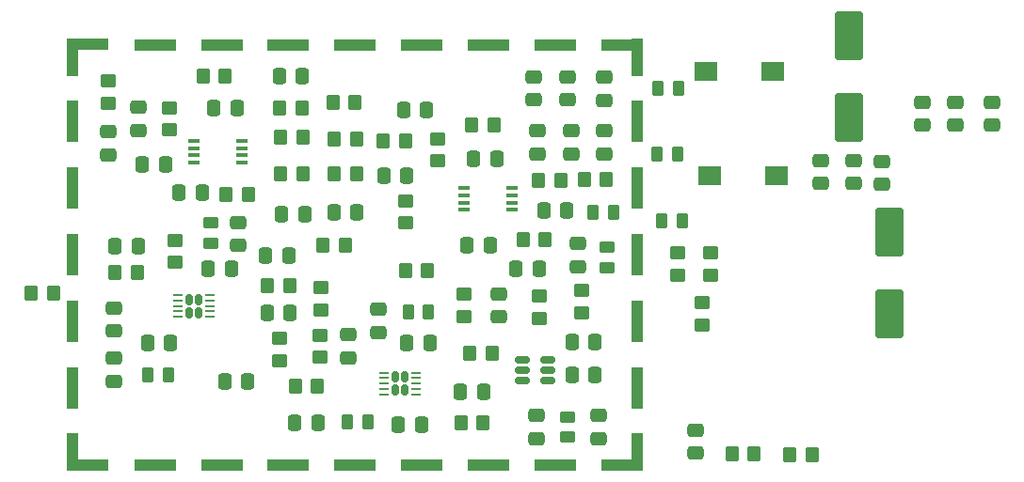
<source format=gbr>
%TF.GenerationSoftware,KiCad,Pcbnew,7.0.5*%
%TF.CreationDate,2023-08-07T14:42:52-07:00*%
%TF.ProjectId,TransimpedianceAmplifierV2,5472616e-7369-46d7-9065-6469616e6365,rev?*%
%TF.SameCoordinates,Original*%
%TF.FileFunction,Paste,Top*%
%TF.FilePolarity,Positive*%
%FSLAX46Y46*%
G04 Gerber Fmt 4.6, Leading zero omitted, Abs format (unit mm)*
G04 Created by KiCad (PCBNEW 7.0.5) date 2023-08-07 14:42:52*
%MOMM*%
%LPD*%
G01*
G04 APERTURE LIST*
G04 Aperture macros list*
%AMRoundRect*
0 Rectangle with rounded corners*
0 $1 Rounding radius*
0 $2 $3 $4 $5 $6 $7 $8 $9 X,Y pos of 4 corners*
0 Add a 4 corners polygon primitive as box body*
4,1,4,$2,$3,$4,$5,$6,$7,$8,$9,$2,$3,0*
0 Add four circle primitives for the rounded corners*
1,1,$1+$1,$2,$3*
1,1,$1+$1,$4,$5*
1,1,$1+$1,$6,$7*
1,1,$1+$1,$8,$9*
0 Add four rect primitives between the rounded corners*
20,1,$1+$1,$2,$3,$4,$5,0*
20,1,$1+$1,$4,$5,$6,$7,0*
20,1,$1+$1,$6,$7,$8,$9,0*
20,1,$1+$1,$8,$9,$2,$3,0*%
G04 Aperture macros list end*
%ADD10RoundRect,0.250000X-0.337500X-0.475000X0.337500X-0.475000X0.337500X0.475000X-0.337500X0.475000X0*%
%ADD11RoundRect,0.250000X-0.475000X0.337500X-0.475000X-0.337500X0.475000X-0.337500X0.475000X0.337500X0*%
%ADD12RoundRect,0.250000X-0.450000X0.350000X-0.450000X-0.350000X0.450000X-0.350000X0.450000X0.350000X0*%
%ADD13R,1.100000X0.400000*%
%ADD14RoundRect,0.250000X-0.350000X-0.450000X0.350000X-0.450000X0.350000X0.450000X-0.350000X0.450000X0*%
%ADD15RoundRect,0.167500X-0.167500X-0.312500X0.167500X-0.312500X0.167500X0.312500X-0.167500X0.312500X0*%
%ADD16RoundRect,0.062500X-0.362500X-0.062500X0.362500X-0.062500X0.362500X0.062500X-0.362500X0.062500X0*%
%ADD17RoundRect,0.250000X0.350000X0.450000X-0.350000X0.450000X-0.350000X-0.450000X0.350000X-0.450000X0*%
%ADD18R,2.000000X1.700000*%
%ADD19RoundRect,0.250000X-0.450000X0.262500X-0.450000X-0.262500X0.450000X-0.262500X0.450000X0.262500X0*%
%ADD20RoundRect,0.250000X0.337500X0.475000X-0.337500X0.475000X-0.337500X-0.475000X0.337500X-0.475000X0*%
%ADD21RoundRect,0.250000X-0.262500X-0.450000X0.262500X-0.450000X0.262500X0.450000X-0.262500X0.450000X0*%
%ADD22RoundRect,0.250000X0.475000X-0.337500X0.475000X0.337500X-0.475000X0.337500X-0.475000X-0.337500X0*%
%ADD23RoundRect,0.250000X0.262500X0.450000X-0.262500X0.450000X-0.262500X-0.450000X0.262500X-0.450000X0*%
%ADD24RoundRect,0.250000X0.450000X-0.262500X0.450000X0.262500X-0.450000X0.262500X-0.450000X-0.262500X0*%
%ADD25R,1.000000X3.350000*%
%ADD26R,1.000000X3.800000*%
%ADD27R,3.700000X1.000000*%
%ADD28R,3.800000X1.000000*%
%ADD29RoundRect,0.250000X0.450000X-0.350000X0.450000X0.350000X-0.450000X0.350000X-0.450000X-0.350000X0*%
%ADD30RoundRect,0.250000X1.000000X-1.950000X1.000000X1.950000X-1.000000X1.950000X-1.000000X-1.950000X0*%
%ADD31RoundRect,0.150000X-0.512500X-0.150000X0.512500X-0.150000X0.512500X0.150000X-0.512500X0.150000X0*%
G04 APERTURE END LIST*
D10*
%TO.C,C38*%
X114062500Y-77100000D03*
X116137500Y-77100000D03*
%TD*%
D11*
%TO.C,C18*%
X119400000Y-79762500D03*
X119400000Y-81837500D03*
%TD*%
D12*
%TO.C,R23*%
X161100000Y-87000000D03*
X161100000Y-89000000D03*
%TD*%
D10*
%TO.C,C42*%
X139975000Y-81825000D03*
X142050000Y-81825000D03*
%TD*%
D13*
%TO.C,U3*%
X115400000Y-72400000D03*
X115400000Y-73050000D03*
X115400000Y-73700000D03*
X115400000Y-74350000D03*
X119700000Y-74350000D03*
X119700000Y-73700000D03*
X119700000Y-73050000D03*
X119700000Y-72400000D03*
%TD*%
D14*
%TO.C,R32*%
X145000000Y-81300000D03*
X147000000Y-81300000D03*
%TD*%
D15*
%TO.C,U2*%
X133546000Y-93679000D03*
X133546000Y-94869000D03*
X134366000Y-93679000D03*
X134366000Y-94869000D03*
D16*
X132506000Y-93274000D03*
X132506000Y-93774000D03*
X132506000Y-94274000D03*
X132506000Y-94774000D03*
X132506000Y-95274000D03*
X135406000Y-95274000D03*
X135406000Y-94774000D03*
X135406000Y-94274000D03*
X135406000Y-93774000D03*
X135406000Y-93274000D03*
%TD*%
D12*
%TO.C,R12*%
X139700000Y-86200000D03*
X139700000Y-88200000D03*
%TD*%
%TO.C,R31*%
X146500000Y-86400000D03*
X146500000Y-88400000D03*
%TD*%
%TO.C,R8*%
X126700000Y-89900000D03*
X126700000Y-91900000D03*
%TD*%
D17*
%TO.C,R29*%
X130000000Y-72200000D03*
X128000000Y-72200000D03*
%TD*%
D14*
%TO.C,R1*%
X100743000Y-86080600D03*
X102743000Y-86080600D03*
%TD*%
D11*
%TO.C,C44*%
X151800000Y-97125000D03*
X151800000Y-99200000D03*
%TD*%
D10*
%TO.C,C41*%
X140575000Y-74025000D03*
X142650000Y-74025000D03*
%TD*%
D18*
%TO.C,L1*%
X167439600Y-66116200D03*
X161439600Y-66116200D03*
%TD*%
D19*
%TO.C,FB9*%
X152600000Y-81987500D03*
X152600000Y-83812500D03*
%TD*%
D11*
%TO.C,C21*%
X132000000Y-87562500D03*
X132000000Y-89637500D03*
%TD*%
D20*
%TO.C,C33*%
X125137500Y-66600000D03*
X123062500Y-66600000D03*
%TD*%
D17*
%TO.C,R17*%
X134400000Y-72400000D03*
X132400000Y-72400000D03*
%TD*%
D21*
%TO.C,FB2*%
X157087500Y-73600000D03*
X158912500Y-73600000D03*
%TD*%
D14*
%TO.C,R15*%
X127900000Y-68900000D03*
X129900000Y-68900000D03*
%TD*%
D12*
%TO.C,R24*%
X107700000Y-67000000D03*
X107700000Y-69000000D03*
%TD*%
D22*
%TO.C,C3*%
X174700000Y-76237500D03*
X174700000Y-74162500D03*
%TD*%
D23*
%TO.C,FB6*%
X131012500Y-97700000D03*
X129187500Y-97700000D03*
%TD*%
D11*
%TO.C,C6*%
X183896000Y-68914100D03*
X183896000Y-70989100D03*
%TD*%
D10*
%TO.C,C26*%
X121962500Y-87900000D03*
X124037500Y-87900000D03*
%TD*%
D14*
%TO.C,R16*%
X128000000Y-75400000D03*
X130000000Y-75400000D03*
%TD*%
D11*
%TO.C,C37*%
X107700000Y-71562500D03*
X107700000Y-73637500D03*
%TD*%
D20*
%TO.C,C20*%
X110359100Y-81889600D03*
X108284100Y-81889600D03*
%TD*%
D11*
%TO.C,C14*%
X146297600Y-71501000D03*
X146297600Y-73576000D03*
%TD*%
D17*
%TO.C,R9*%
X136400000Y-84100000D03*
X134400000Y-84100000D03*
%TD*%
D14*
%TO.C,R14*%
X123200000Y-72100000D03*
X125200000Y-72100000D03*
%TD*%
%TO.C,R27*%
X118300000Y-77200000D03*
X120300000Y-77200000D03*
%TD*%
D10*
%TO.C,C22*%
X134562500Y-90600000D03*
X136637500Y-90600000D03*
%TD*%
D20*
%TO.C,C24*%
X126537500Y-97800000D03*
X124462500Y-97800000D03*
%TD*%
D14*
%TO.C,R26*%
X127000000Y-81800000D03*
X129000000Y-81800000D03*
%TD*%
D20*
%TO.C,C49*%
X148937500Y-78700000D03*
X146862500Y-78700000D03*
%TD*%
D24*
%TO.C,FB8*%
X149000000Y-99112500D03*
X149000000Y-97287500D03*
%TD*%
D20*
%TO.C,C17*%
X113275000Y-90600000D03*
X111200000Y-90600000D03*
%TD*%
D14*
%TO.C,R19*%
X169000000Y-100700000D03*
X171000000Y-100700000D03*
%TD*%
D10*
%TO.C,C31*%
X117178000Y-69469000D03*
X119253000Y-69469000D03*
%TD*%
D22*
%TO.C,C7*%
X171800000Y-76237500D03*
X171800000Y-74162500D03*
%TD*%
%TO.C,C15*%
X108200000Y-94037500D03*
X108200000Y-91962500D03*
%TD*%
D25*
%TO.C,J4*%
X104490000Y-64900000D03*
D26*
X104490000Y-70650000D03*
X104490000Y-76650000D03*
X104490000Y-82650000D03*
X104490000Y-88650000D03*
X104490000Y-94650000D03*
D25*
X104490000Y-100425000D03*
D27*
X105840000Y-63700000D03*
X105840000Y-101600000D03*
D28*
X111890000Y-63750000D03*
X111890000Y-101600000D03*
X117890000Y-63750000D03*
X117890000Y-101600000D03*
X123890000Y-63750000D03*
X123890000Y-101600000D03*
X129890000Y-63750000D03*
X129890000Y-101600000D03*
X135890000Y-63750000D03*
X135890000Y-101600000D03*
X141890000Y-63750000D03*
X141890000Y-101600000D03*
X147890000Y-63750000D03*
X147890000Y-101600000D03*
D27*
X153890000Y-63750000D03*
X153890000Y-101600000D03*
D25*
X155240000Y-64900000D03*
D26*
X155240000Y-70650000D03*
X155240000Y-76650000D03*
X155240000Y-82650000D03*
X155240000Y-88650000D03*
X155240000Y-94650000D03*
D25*
X155240000Y-100425000D03*
%TD*%
D14*
%TO.C,R20*%
X116200000Y-66600000D03*
X118200000Y-66600000D03*
%TD*%
D13*
%TO.C,U4*%
X139700000Y-76650000D03*
X139700000Y-77300000D03*
X139700000Y-77950000D03*
X139700000Y-78600000D03*
X144000000Y-78600000D03*
X144000000Y-77950000D03*
X144000000Y-77300000D03*
X144000000Y-76650000D03*
%TD*%
D12*
%TO.C,R21*%
X113200000Y-69400000D03*
X113200000Y-71400000D03*
%TD*%
D23*
%TO.C,FB7*%
X159312500Y-79600000D03*
X157487500Y-79600000D03*
%TD*%
D20*
%TO.C,C39*%
X125375000Y-79000000D03*
X123300000Y-79000000D03*
%TD*%
D22*
%TO.C,C36*%
X160500000Y-100537500D03*
X160500000Y-98462500D03*
%TD*%
D14*
%TO.C,R34*%
X146400000Y-76000000D03*
X148400000Y-76000000D03*
%TD*%
D17*
%TO.C,R36*%
X152500000Y-75900000D03*
X150500000Y-75900000D03*
%TD*%
D23*
%TO.C,FB4*%
X113100000Y-93500000D03*
X111275000Y-93500000D03*
%TD*%
D22*
%TO.C,C29*%
X142800000Y-88237500D03*
X142800000Y-86162500D03*
%TD*%
D11*
%TO.C,C8*%
X148996400Y-66624200D03*
X148996400Y-68699200D03*
%TD*%
D22*
%TO.C,C1*%
X177300000Y-76337500D03*
X177300000Y-74262500D03*
%TD*%
D10*
%TO.C,C23*%
X133762500Y-98000000D03*
X135837500Y-98000000D03*
%TD*%
D17*
%TO.C,R37*%
X142400000Y-71000000D03*
X140400000Y-71000000D03*
%TD*%
D21*
%TO.C,FB5*%
X134687500Y-87800000D03*
X136512500Y-87800000D03*
%TD*%
D20*
%TO.C,C40*%
X130075000Y-78800000D03*
X128000000Y-78800000D03*
%TD*%
D12*
%TO.C,R25*%
X161900000Y-82500000D03*
X161900000Y-84500000D03*
%TD*%
D18*
%TO.C,L2*%
X167800000Y-75500000D03*
X161800000Y-75500000D03*
%TD*%
D21*
%TO.C,FB10*%
X151287500Y-78800000D03*
X153112500Y-78800000D03*
%TD*%
D14*
%TO.C,R10*%
X139395200Y-97790000D03*
X141395200Y-97790000D03*
%TD*%
D11*
%TO.C,C28*%
X129300000Y-89862500D03*
X129300000Y-91937500D03*
%TD*%
D15*
%TO.C,U1*%
X114959000Y-86670000D03*
X114959000Y-87860000D03*
X115779000Y-86670000D03*
X115779000Y-87860000D03*
D16*
X113919000Y-86265000D03*
X113919000Y-86765000D03*
X113919000Y-87265000D03*
X113919000Y-87765000D03*
X113919000Y-88265000D03*
X116819000Y-88265000D03*
X116819000Y-87765000D03*
X116819000Y-87265000D03*
X116819000Y-86765000D03*
X116819000Y-86265000D03*
%TD*%
D29*
%TO.C,R4*%
X126800000Y-87600000D03*
X126800000Y-85600000D03*
%TD*%
D20*
%TO.C,C16*%
X118775000Y-83900000D03*
X116700000Y-83900000D03*
%TD*%
D12*
%TO.C,R33*%
X134400000Y-77800000D03*
X134400000Y-79800000D03*
%TD*%
D17*
%TO.C,R22*%
X165800000Y-100600000D03*
X163800000Y-100600000D03*
%TD*%
D14*
%TO.C,R5*%
X121987900Y-85416000D03*
X123987900Y-85416000D03*
%TD*%
D20*
%TO.C,C30*%
X141448700Y-94996000D03*
X139373700Y-94996000D03*
%TD*%
D10*
%TO.C,C34*%
X132462500Y-75500000D03*
X134537500Y-75500000D03*
%TD*%
D11*
%TO.C,C10*%
X180886000Y-68914100D03*
X180886000Y-70989100D03*
%TD*%
D20*
%TO.C,C45*%
X151475000Y-93500000D03*
X149400000Y-93500000D03*
%TD*%
D10*
%TO.C,C48*%
X144362500Y-83900000D03*
X146437500Y-83900000D03*
%TD*%
D11*
%TO.C,C19*%
X108229400Y-87460000D03*
X108229400Y-89535000D03*
%TD*%
%TO.C,C47*%
X149900000Y-81662500D03*
X149900000Y-83737500D03*
%TD*%
%TO.C,C13*%
X145986400Y-66624200D03*
X145986400Y-68699200D03*
%TD*%
D10*
%TO.C,C50*%
X134262500Y-69600000D03*
X136337500Y-69600000D03*
%TD*%
D19*
%TO.C,FB3*%
X116890800Y-79800000D03*
X116890800Y-81625000D03*
%TD*%
D20*
%TO.C,C27*%
X120237500Y-94100000D03*
X118162500Y-94100000D03*
%TD*%
D30*
%TO.C,C12*%
X178000000Y-88000000D03*
X178000000Y-80600000D03*
%TD*%
D12*
%TO.C,R30*%
X150300000Y-85900000D03*
X150300000Y-87900000D03*
%TD*%
D21*
%TO.C,FB1*%
X157151700Y-67665600D03*
X158976700Y-67665600D03*
%TD*%
D17*
%TO.C,R7*%
X126500000Y-94500000D03*
X124500000Y-94500000D03*
%TD*%
D11*
%TO.C,C5*%
X152317600Y-71501000D03*
X152317600Y-73576000D03*
%TD*%
D14*
%TO.C,R28*%
X123200000Y-75400000D03*
X125200000Y-75400000D03*
%TD*%
D31*
%TO.C,U5*%
X144925000Y-92100000D03*
X144925000Y-93050000D03*
X144925000Y-94000000D03*
X147200000Y-94000000D03*
X147200000Y-93050000D03*
X147200000Y-92100000D03*
%TD*%
D20*
%TO.C,C46*%
X151475000Y-90500000D03*
X149400000Y-90500000D03*
%TD*%
D30*
%TO.C,C11*%
X174294800Y-70298800D03*
X174294800Y-62898800D03*
%TD*%
D12*
%TO.C,R3*%
X113715800Y-81362800D03*
X113715800Y-83362800D03*
%TD*%
D14*
%TO.C,R13*%
X123100000Y-69400000D03*
X125100000Y-69400000D03*
%TD*%
D29*
%TO.C,R6*%
X123100000Y-92200000D03*
X123100000Y-90200000D03*
%TD*%
D17*
%TO.C,R2*%
X110312200Y-84277200D03*
X108312200Y-84277200D03*
%TD*%
D12*
%TO.C,R18*%
X158900000Y-82500000D03*
X158900000Y-84500000D03*
%TD*%
D11*
%TO.C,C35*%
X110400000Y-69362500D03*
X110400000Y-71437500D03*
%TD*%
%TO.C,C4*%
X152336400Y-66645700D03*
X152336400Y-68720700D03*
%TD*%
%TO.C,C9*%
X149307600Y-71501000D03*
X149307600Y-73576000D03*
%TD*%
D14*
%TO.C,R11*%
X140200000Y-91500000D03*
X142200000Y-91500000D03*
%TD*%
D22*
%TO.C,C43*%
X146200000Y-99237500D03*
X146200000Y-97162500D03*
%TD*%
D20*
%TO.C,C32*%
X112837500Y-74500000D03*
X110762500Y-74500000D03*
%TD*%
D11*
%TO.C,C2*%
X187198000Y-68892600D03*
X187198000Y-70967600D03*
%TD*%
D20*
%TO.C,C25*%
X123937500Y-82700000D03*
X121862500Y-82700000D03*
%TD*%
D29*
%TO.C,R35*%
X137300000Y-74200000D03*
X137300000Y-72200000D03*
%TD*%
M02*

</source>
